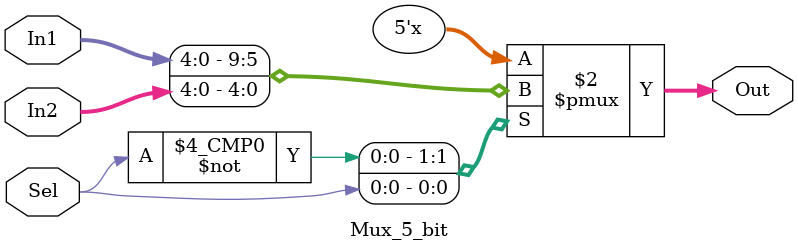
<source format=v>
module Mux_5_bit(In1, In2, Out, Sel);
	parameter S = 4;
    input [S:0] In1, In2;
    input Sel;
    output reg [S:0] Out;
	
	always @(Sel or In1 or In2) 
	begin    
    		case (Sel)
        		0 : Out = In1;
        		1 : Out = In2;
    		endcase
	end
endmodule

</source>
